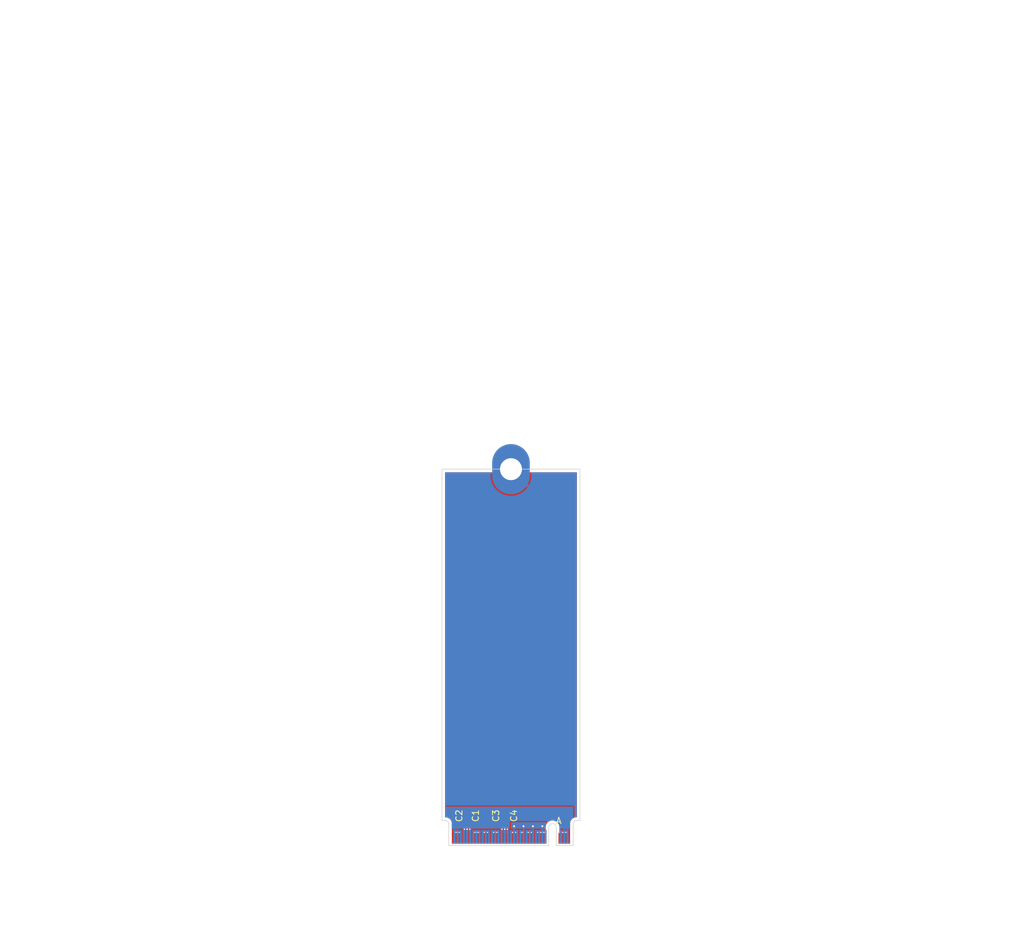
<source format=kicad_pcb>
(kicad_pcb (version 20241229) (generator "pcbnew") (generator_version "9.0")
  (layers (0 "F.Cu" signal) (2 "B.Cu" signal) (13 "F.Paste" user) (15 "B.Paste" user) (5 "F.SilkS" user "F.Silkscreen") (7 "B.SilkS" user "B.Silkscreen") (1 "F.Mask" user) (3 "B.Mask" user) (25 "Edge.Cuts" user))
  (net 0 "")
  (net 1 "GND")
  (net 2 "/M.2 A Key/PET1P")
  (net 3 "/M.2 A Key/PET1N")
  (net 4 "/M.2 A Key/PET0P")
  (net 5 "/M.2 A Key/PET0N")
  (net 6 "/PET1+")
  (net 7 "/PET0-")
  (net 8 "/PET0+")
  (net 9 "/PET1-")
  (net 10 "+3.3V")
  (net 11 "/USB_D+")
  (net 12 "/USB_D-")
  (net 13 "/LED#1")
  (net 14 "/LED#2")
  (net 15 "/DP_MLDIR")
  (net 16 "/DP_ML3-")
  (net 17 "/DP_AUX-")
  (net 18 "/DP_ML3+")
  (net 19 "/DP_AUX+")
  (net 20 "/DP_ML2-")
  (net 21 "/DP_ML1-")
  (net 22 "/DP_ML2+")
  (net 23 "/DP_ML1+")
  (net 24 "/DP_HPD")
  (net 25 "/DP_ML0-")
  (net 26 "/DP_ML0+")
  (net 27 "/PER0-")
  (net 28 "/PER0+")
  (net 34 "/REFCLK0+")
  (net 36 "/REFCLK0-")
  (net 37 "/SUSCLK")
  (net 38 "/PERST0#")
  (net 39 "/CLKREQ0#")
  (net 40 "/W_DISABLE2#")
  (net 41 "/PEWAKE0#")
  (net 42 "/W_DISABLE1#")
  (net 43 "/I2C_DATA")
  (net 44 "/PER1+")
  (net 45 "/I2C_CLK")
  (net 46 "/PER1-")
  (net 47 "/ALERT#")
  (net 49 "/PERST1#")
  (net 50 "/CLKREQ1#")
  (net 51 "/PEWAKE1#")
  (net 52 "/REFCLK1+")
  (net 53 "/REFCLK1-")
  (footprint "Capacitor_SMD:C_0201_0603Metric" (layer "F.Cu") (at 123.154916 151.549 90)
    (property "Reference" "C2" (at -0.005 -0.921 90) (layer "F.SilkS"))
    (property "Value" "220nF")
    (pad "1" smd roundrect (at -0.32 0 90) (size 0.46 0.4) (layers "F.Cu" "F.Mask") (net 3 "/M.2 A Key/PET1N"))
    (pad "2" smd roundrect (at 0.32 0 90) (size 0.46 0.4) (layers "F.Cu" "F.Mask") (net 9 "/PET1-"))
  )
  (footprint "Capacitor_SMD:C_0201_0603Metric" (layer "F.Cu") (at 129.854916 151.549 90)
    (property "Reference" "C4" (at 0 1.109 90) (layer "F.SilkS"))
    (property "Value" "220nF")
    (pad "1" smd roundrect (at -0.32 0 90) (size 0.46 0.4) (layers "F.Cu" "F.Mask") (net 4 "/M.2 A Key/PET0P"))
    (pad "2" smd roundrect (at 0.32 0 90) (size 0.46 0.4) (layers "F.Cu" "F.Mask") (net 8 "/PET0+"))
  )
  (footprint "PCIexpress:M.2 A Key Connector" (layer "F.Cu") (at 130.504916 155.185)
    (property "Reference" "J1")
    (property "Value" "~")
    (fp_line (start -11 -2.89) (end -10.425 -2.89) (stroke (width 0.1)) (layer "Edge.Cuts"))
    (fp_line (start -9.925 -2.39) (end -9.925 1.11) (stroke (width 0.1)) (layer "Edge.Cuts"))
    (fp_line (start 6.025 -1.79) (end 6.025 1.11) (stroke (width 0.1)) (layer "Edge.Cuts"))
    (fp_line (start 6.025 1.11) (end -9.925 1.11) (stroke (width 0.1)) (layer "Edge.Cuts"))
    (fp_line (start 7.225 -1.79) (end 7.225 1.11) (stroke (width 0.1)) (layer "Edge.Cuts"))
    (fp_line (start 7.225 1.11) (end 9.925 1.11) (stroke (width 0.1)) (layer "Edge.Cuts"))
    (fp_line (start 9.925 -2.39) (end 9.925 1.11) (stroke (width 0.1)) (layer "Edge.Cuts"))
    (fp_line (start 10.425 -2.89) (end 11 -2.89) (stroke (width 0.1)) (layer "Edge.Cuts"))
    (fp_arc (start -10.425 -2.89) (mid -10.071447 -2.743553) (end -9.925 -2.39) (stroke (width 0.1)) (layer "Edge.Cuts"))
    (fp_arc (start 6.025 -1.79) (mid 6.625 -2.39) (end 7.225 -1.79) (stroke (width 0.1)) (layer "Edge.Cuts"))
    (fp_arc (start 9.925 -2.39) (mid 10.071447 -2.743553) (end 10.425 -2.89) (stroke (width 0.1)) (layer "Edge.Cuts"))
    (fp_text user "A" (at 7.1 -2.255 0) (layer "F.SilkS") (effects (justify left bottom)))
    (pad "1" smd rect (at 9.25 -0.04 180) (size 0.35 1.7) (layers "F.Cu") (net 1 "GND"))
    (pad "2" smd rect (at 9 -0.29 180) (size 0.35 2.2) (layers "B.Cu") (net 10 "+3.3V"))
    (pad "3" smd rect (at 8.75 -0.04 180) (size 0.35 1.7) (layers "F.Cu") (net 11 "/USB_D+"))
    (pad "4" smd rect (at 8.5 -0.29 180) (size 0.35 2.2) (layers "B.Cu") (net 10 "+3.3V"))
    (pad "5" smd rect (at 8.25 -0.04 180) (size 0.35 1.7) (layers "F.Cu") (net 12 "/USB_D-"))
    (pad "6" smd rect (at 8 -0.29 180) (size 0.35 2.2) (layers "B.Cu") (net 13 "/LED#1"))
    (pad "7" smd rect (at 7.75 -0.04 180) (size 0.35 1.7) (layers "F.Cu") (net 1 "GND"))
    (pad "16" smd rect (at 5.5 -0.29 180) (size 0.35 2.2) (layers "B.Cu") (net 14 "/LED#2"))
    (pad "17" smd rect (at 5.25 -0.04 180) (size 0.35 1.7) (layers "F.Cu") (net 15 "/DP_MLDIR"))
    (pad "18" smd rect (at 5 -0.29 180) (size 0.35 2.2) (layers "B.Cu") (net 1 "GND"))
    (pad "19" smd rect (at 4.75 -0.04 180) (size 0.35 1.7) (layers "F.Cu") (net 16 "/DP_ML3-"))
    (pad "20" smd rect (at 4.5 -0.29 180) (size 0.35 2.2) (layers "B.Cu") (net 17 "/DP_AUX-"))
    (pad "21" smd rect (at 4.25 -0.04 180) (size 0.35 1.7) (layers "F.Cu") (net 18 "/DP_ML3+"))
    (pad "22" smd rect (at 4 -0.29 180) (size 0.35 2.2) (layers "B.Cu") (net 19 "/DP_AUX+"))
    (pad "23" smd rect (at 3.75 -0.04 180) (size 0.35 1.7) (layers "F.Cu") (net 1 "GND"))
    (pad "24" smd rect (at 3.5 -0.29 180) (size 0.35 2.2) (layers "B.Cu") (net 1 "GND"))
    (pad "25" smd rect (at 3.25 -0.04 180) (size 0.35 1.7) (layers "F.Cu") (net 20 "/DP_ML2-"))
    (pad "26" smd rect (at 3 -0.29 180) (size 0.35 2.2) (layers "B.Cu") (net 21 "/DP_ML1-"))
    (pad "27" smd rect (at 2.75 -0.04 180) (size 0.35 1.7) (layers "F.Cu") (net 22 "/DP_ML2+"))
    (pad "28" smd rect (at 2.5 -0.29 180) (size 0.35 2.2) (layers "B.Cu") (net 23 "/DP_ML1+"))
    (pad "29" smd rect (at 2.25 -0.04 180) (size 0.35 1.7) (layers "F.Cu") (net 1 "GND"))
    (pad "30" smd rect (at 2 -0.29 180) (size 0.35 2.2) (layers "B.Cu") (net 1 "GND"))
    (pad "31" smd rect (at 1.75 -0.04 180) (size 0.35 1.7) (layers "F.Cu") (net 24 "/DP_HPD"))
    (pad "32" smd rect (at 1.5 -0.29 180) (size 0.35 2.2) (layers "B.Cu") (net 25 "/DP_ML0-"))
    (pad "33" smd rect (at 1.25 -0.04 180) (size 0.35 1.7) (layers "F.Cu") (net 1 "GND"))
    (pad "34" smd rect (at 1 -0.29 180) (size 0.35 2.2) (layers "B.Cu") (net 26 "/DP_ML0+"))
    (pad "35" smd rect (at 0.75 -0.04 180) (size 0.35 1.7) (layers "F.Cu") (net 27 "/PER0-"))
    (pad "36" smd rect (at 0.5 -0.29 180) (size 0.35 2.2) (layers "B.Cu") (net 1 "GND"))
    (pad "37" smd rect (at 0.25 -0.04 180) (size 0.35 1.7) (layers "F.Cu") (net 28 "/PER0+"))
    (pad "38" smd rect (at 0 -0.29 180) (size 0.35 2.2) (layers "B.Cu"))
    (pad "39" smd rect (at -0.25 -0.04 180) (size 0.35 1.7) (layers "F.Cu") (net 1 "GND"))
    (pad "40" smd rect (at -0.5 -0.29 180) (size 0.35 2.2) (layers "B.Cu"))
    (pad "41" smd rect (at -0.75 -0.04 180) (size 0.35 1.7) (layers "F.Cu") (net 4 "/M.2 A Key/PET0P"))
    (pad "42" smd rect (at -1 -0.29 180) (size 0.35 2.2) (layers "B.Cu"))
    (pad "43" smd rect (at -1.25 -0.04 180) (size 0.35 1.7) (layers "F.Cu") (net 5 "/M.2 A Key/PET0N"))
    (pad "44" smd rect (at -1.5 -0.29 180) (size 0.35 2.2) (layers "B.Cu"))
    (pad "45" smd rect (at -1.75 -0.04 180) (size 0.35 1.7) (layers "F.Cu") (net 1 "GND"))
    (pad "46" smd rect (at -2 -0.29 180) (size 0.35 2.2) (layers "B.Cu"))
    (pad "47" smd rect (at -2.25 -0.04 180) (size 0.35 1.7) (layers "F.Cu") (net 34 "/REFCLK0+"))
    (pad "48" smd rect (at -2.5 -0.29 180) (size 0.35 2.2) (layers "B.Cu"))
    (pad "49" smd rect (at -2.75 -0.04 180) (size 0.35 1.7) (layers "F.Cu") (net 36 "/REFCLK0-"))
    (pad "50" smd rect (at -3 -0.29 180) (size 0.35 2.2) (layers "B.Cu") (net 37 "/SUSCLK"))
    (pad "51" smd rect (at -3.25 -0.04 180) (size 0.35 1.7) (layers "F.Cu") (net 1 "GND"))
    (pad "52" smd rect (at -3.5 -0.29 180) (size 0.35 2.2) (layers "B.Cu") (net 38 "/PERST0#"))
    (pad "53" smd rect (at -3.75 -0.04 180) (size 0.35 1.7) (layers "F.Cu") (net 39 "/CLKREQ0#"))
    (pad "54" smd rect (at -4 -0.29 180) (size 0.35 2.2) (layers "B.Cu") (net 40 "/W_DISABLE2#"))
    (pad "55" smd rect (at -4.25 -0.04 180) (size 0.35 1.7) (layers "F.Cu") (net 41 "/PEWAKE0#"))
    (pad "56" smd rect (at -4.5 -0.29 180) (size 0.35 2.2) (layers "B.Cu") (net 42 "/W_DISABLE1#"))
    (pad "57" smd rect (at -4.75 -0.04 180) (size 0.35 1.7) (layers "F.Cu") (net 1 "GND"))
    (pad "58" smd rect (at -5 -0.29 180) (size 0.35 2.2) (layers "B.Cu") (net 43 "/I2C_DATA"))
    (pad "59" smd rect (at -5.25 -0.04 180) (size 0.35 1.7) (layers "F.Cu") (net 44 "/PER1+"))
    (pad "60" smd rect (at -5.5 -0.29 180) (size 0.35 2.2) (layers "B.Cu") (net 45 "/I2C_CLK"))
    (pad "61" smd rect (at -5.75 -0.04 180) (size 0.35 1.7) (layers "F.Cu") (net 46 "/PER1-"))
    (pad "62" smd rect (at -6 -0.29 180) (size 0.35 2.2) (layers "B.Cu") (net 47 "/ALERT#"))
    (pad "63" smd rect (at -6.25 -0.04 180) (size 0.35 1.7) (layers "F.Cu") (net 1 "GND"))
    (pad "64" smd rect (at -6.5 -0.29 180) (size 0.35 2.2) (layers "B.Cu"))
    (pad "65" smd rect (at -6.75 -0.04 180) (size 0.35 1.7) (layers "F.Cu") (net 2 "/M.2 A Key/PET1P"))
    (pad "66" smd rect (at -7 -0.29 180) (size 0.35 2.2) (layers "B.Cu") (net 49 "/PERST1#"))
    (pad "67" smd rect (at -7.25 -0.04 180) (size 0.35 1.7) (layers "F.Cu") (net 3 "/M.2 A Key/PET1N"))
    (pad "68" smd rect (at -7.5 -0.29 180) (size 0.35 2.2) (layers "B.Cu") (net 50 "/CLKREQ1#"))
    (pad "69" smd rect (at -7.75 -0.04 180) (size 0.35 1.7) (layers "F.Cu") (net 1 "GND"))
    (pad "70" smd rect (at -8 -0.29 180) (size 0.35 2.2) (layers "B.Cu") (net 51 "/PEWAKE1#"))
    (pad "71" smd rect (at -8.25 -0.04 180) (size 0.35 1.7) (layers "F.Cu") (net 52 "/REFCLK1+"))
    (pad "72" smd rect (at -8.5 -0.29 180) (size 0.35 2.2) (layers "B.Cu") (net 10 "+3.3V"))
    (pad "73" smd rect (at -8.75 -0.04 180) (size 0.35 1.7) (layers "F.Cu") (net 53 "/REFCLK1-"))
    (pad "74" smd rect (at -9 -0.29 180) (size 0.35 2.2) (layers "B.Cu") (net 10 "+3.3V"))
    (pad "75" smd rect (at -9.25 -0.04 180) (size 0.35 1.7) (layers "F.Cu") (net 1 "GND"))
  )
  (footprint "PCIexpress:M.2 Mounting Pad" (layer "F.Cu") (at 130.504916 126.295)
    (property "Reference" "H1")
    (property "Value" "MountingHole_Pad")
    (pad "1" thru_hole circle (at 0 -30) (size 5.5 5.5) (drill 3.5) (property pad_prop_castellated) (layers "*.Cu" "*.Mask") (net 1 "GND") (padstack (mode front_inner_back) (layer "Inner" (shape circle) (size 5.5 5.5)) (layer "B.Cu" (shape oval) (size 6 8))))
  )
  (footprint "Capacitor_SMD:C_0201_0603Metric" (layer "F.Cu") (at 129.154916 151.549 90)
    (property "Reference" "C3" (at 0 -1.05 90) (layer "F.SilkS"))
    (property "Value" "220nF")
    (pad "1" smd roundrect (at -0.32 0 90) (size 0.46 0.4) (layers "F.Cu" "F.Mask") (net 5 "/M.2 A Key/PET0N"))
    (pad "2" smd roundrect (at 0.32 0 90) (size 0.46 0.4) (layers "F.Cu" "F.Mask") (net 7 "/PET0-"))
  )
  (footprint "Capacitor_SMD:C_0201_0603Metric" (layer "F.Cu") (at 123.854916 151.549 90)
    (property "Reference" "C1" (at 0.005 1.009 90) (layer "F.SilkS"))
    (property "Value" "220nF")
    (pad "1" smd roundrect (at -0.32 0 90) (size 0.46 0.4) (layers "F.Cu" "F.Mask") (net 2 "/M.2 A Key/PET1P"))
    (pad "2" smd roundrect (at 0.32 0 90) (size 0.46 0.4) (layers "F.Cu" "F.Mask") (net 6 "/PET1+"))
  )
  (gr_line (start 119.504916 96.295) (end 119.504916 152.295) (stroke (width 0.1)) (layer "Edge.Cuts"))
  (gr_line (start 141.504916 152.295) (end 141.504916 96.295) (stroke (width 0.1)) (layer "Edge.Cuts"))
  (gr_line (start 141.504916 96.295) (end 119.504916 96.295) (stroke (width 0.1)) (layer "Edge.Cuts"))
  (via (at 135.504916 153.214) (size 0.6) (drill 0.3) (layers "F.Cu" "B.Cu") (net 1))
  (via (at 131.004916 153.214) (size 0.6) (drill 0.3) (layers "F.Cu" "B.Cu") (net 1))
  (via (at 132.504916 153.214) (size 0.6) (drill 0.3) (layers "F.Cu" "B.Cu") (net 1))
  (via (at 134.004916 153.214) (size 0.6) (drill 0.3) (layers "F.Cu" "B.Cu") (net 1))
  (segment (start 123.754916 155.145) (end 123.754916 153.869999) (width 0.2) (layer "F.Cu") (net 2))
  (segment (start 123.754916 153.869999) (end 123.729916 153.844999) (width 0.2) (layer "F.Cu") (net 2))
  (segment (start 123.729916 153.844999) (end 123.729916 152.339001) (width 0.2) (layer "F.Cu") (net 2))
  (segment (start 123.854916 152.214001) (end 123.854916 151.869) (width 0.2) (layer "F.Cu") (net 2))
  (segment (start 123.729916 152.339001) (end 123.854916 152.214001) (width 0.2) (layer "F.Cu") (net 2))
  (segment (start 123.254916 155.145) (end 123.254916 153.869999) (width 0.2) (layer "F.Cu") (net 3))
  (segment (start 123.279916 153.844999) (end 123.279916 152.339001) (width 0.2) (layer "F.Cu") (net 3))
  (segment (start 123.279916 152.339001) (end 123.154916 152.214001) (width 0.2) (layer "F.Cu") (net 3))
  (segment (start 123.254916 153.869999) (end 123.279916 153.844999) (width 0.2) (layer "F.Cu") (net 3))
  (segment (start 123.154916 152.214001) (end 123.154916 151.869) (width 0.2) (layer "F.Cu") (net 3))
  (segment (start 129.729916 153.844999) (end 129.729916 152.339001) (width 0.2) (layer "F.Cu") (net 4))
  (segment (start 129.754916 155.145) (end 129.754916 153.869999) (width 0.2) (layer "F.Cu") (net 4))
  (segment (start 129.854916 152.214001) (end 129.854916 151.869) (width 0.2) (layer "F.Cu") (net 4))
  (segment (start 129.729916 152.339001) (end 129.854916 152.214001) (width 0.2) (layer "F.Cu") (net 4))
  (segment (start 129.754916 153.869999) (end 129.729916 153.844999) (width 0.2) (layer "F.Cu") (net 4))
  (segment (start 129.154916 152.214001) (end 129.154916 151.869) (width 0.2) (layer "F.Cu") (net 5))
  (segment (start 129.279916 153.844999) (end 129.279916 152.339001) (width 0.2) (layer "F.Cu") (net 5))
  (segment (start 129.254916 153.869999) (end 129.279916 153.844999) (width 0.2) (layer "F.Cu") (net 5))
  (segment (start 129.279916 152.339001) (end 129.154916 152.214001) (width 0.2) (layer "F.Cu") (net 5))
  (segment (start 129.254916 155.145) (end 129.254916 153.869999) (width 0.2) (layer "F.Cu") (net 5))
  (zone (net 1) (net_name "GND") (layers "F.Cu" "B.Cu") (connect_pads (clearance 0.2)) (min_thickness 0.15) (fill yes (thermal_gap 0.25) (thermal_bridge_width 0.35))
    (polygon (pts (xy 119.502762 96.289) (xy 141.502762 96.289) (xy 141.505 154.485) (xy 119.505 154.485)))
  )
  (zone (net 1) (net_name "GND") (layer "B.Cu") (priority 2) (connect_pads (clearance 0.2)) (min_thickness 0.15) (fill yes (thermal_gap 0.25) (thermal_bridge_width 0.35))
    (polygon (pts (xy 130.513916 153.599) (xy 130.513916 152.574) (xy 136.068916 152.574) (xy 136.068916 153.599)))
  )
  (zone (net 10) (net_name "+3.3V") (layer "B.Cu") (priority 1) (connect_pads (clearance 0.2)) (min_thickness 0.1) (fill yes (thermal_gap 0.2) (thermal_bridge_width 0.25))
    (polygon (pts (xy 140.423916 154.479) (xy 140.423916 150.114) (xy 140.408916 150.099) (xy 119.953916 150.099) (xy 119.953916 154.729) (xy 140.173916 154.729)))
  )
)
</source>
